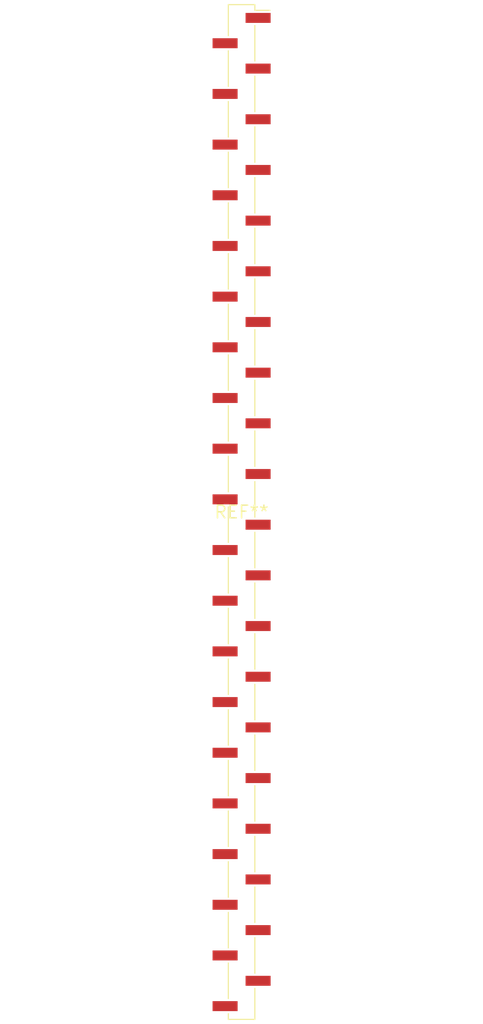
<source format=kicad_pcb>
(kicad_pcb (version 20240108) (generator pcbnew)
  (layers (0 "F.Cu" signal) (31 "B.Cu" signal) (34 "B.Paste" user) (35 "F.Paste" user) (36 "B.SilkS" user "B.Silkscreen") (37 "F.SilkS" user "F.Silkscreen") (38 "B.Mask" user) (39 "F.Mask" user) (44 "Edge.Cuts" user))
  (net 0 "")
  (footprint "PinHeader_1x40_P2.54mm_Vertical_SMD_Pin1Right" (layer "F.Cu") (at 0 0)
    (property "Reference" "REF**")
    (property "Value" "PinHeader_1x40_P2.54mm_Vertical_SMD_Pin1Right")
    (fp_line (start -1.33 -50.86) (end -1.33 -47.75) (layer "F.SilkS") (stroke (width 0.12)))
    (fp_line (start -1.33 -50.86) (end 1.33 -50.86) (layer "F.SilkS") (stroke (width 0.12)))
    (fp_line (start -1.33 -46.23) (end -1.33 -42.67) (layer "F.SilkS") (stroke (width 0.12)))
    (fp_line (start -1.33 -41.15) (end -1.33 -37.59) (layer "F.SilkS") (stroke (width 0.12)))
    (fp_line (start -1.33 -36.07) (end -1.33 -32.51) (layer "F.SilkS") (stroke (width 0.12)))
    (fp_line (start -1.33 -30.99) (end -1.33 -27.43) (layer "F.SilkS") (stroke (width 0.12)))
    (fp_line (start -1.33 -25.91) (end -1.33 -22.35) (layer "F.SilkS") (stroke (width 0.12)))
    (fp_line (start -1.33 -20.83) (end -1.33 -17.27) (layer "F.SilkS") (stroke (width 0.12)))
    (fp_line (start -1.33 -15.75) (end -1.33 -12.19) (layer "F.SilkS") (stroke (width 0.12)))
    (fp_line (start -1.33 -10.67) (end -1.33 -7.11) (layer "F.SilkS") (stroke (width 0.12)))
    (fp_line (start -1.33 -5.59) (end -1.33 -2.03) (layer "F.SilkS") (stroke (width 0.12)))
    (fp_line (start -1.33 -0.51) (end -1.33 3.05) (layer "F.SilkS") (stroke (width 0.12)))
    (fp_line (start -1.33 4.57) (end -1.33 8.13) (layer "F.SilkS") (stroke (width 0.12)))
    (fp_line (start -1.33 9.65) (end -1.33 13.21) (layer "F.SilkS") (stroke (width 0.12)))
    (fp_line (start -1.33 14.73) (end -1.33 18.29) (layer "F.SilkS") (stroke (width 0.12)))
    (fp_line (start -1.33 19.81) (end -1.33 23.37) (layer "F.SilkS") (stroke (width 0.12)))
    (fp_line (start -1.33 24.89) (end -1.33 28.45) (layer "F.SilkS") (stroke (width 0.12)))
    (fp_line (start -1.33 29.97) (end -1.33 33.53) (layer "F.SilkS") (stroke (width 0.12)))
    (fp_line (start -1.33 35.05) (end -1.33 38.61) (layer "F.SilkS") (stroke (width 0.12)))
    (fp_line (start -1.33 40.13) (end -1.33 43.69) (layer "F.SilkS") (stroke (width 0.12)))
    (fp_line (start -1.33 45.21) (end -1.33 48.77) (layer "F.SilkS") (stroke (width 0.12)))
    (fp_line (start -1.33 50.29) (end -1.33 50.86) (layer "F.SilkS") (stroke (width 0.12)))
    (fp_line (start -1.33 50.86) (end 1.33 50.86) (layer "F.SilkS") (stroke (width 0.12)))
    (fp_line (start 1.33 -50.86) (end 1.33 -50.29) (layer "F.SilkS") (stroke (width 0.12)))
    (fp_line (start 1.33 -50.29) (end 2.85 -50.29) (layer "F.SilkS") (stroke (width 0.12)))
    (fp_line (start 1.33 -48.77) (end 1.33 -45.21) (layer "F.SilkS") (stroke (width 0.12)))
    (fp_line (start 1.33 -43.69) (end 1.33 -40.13) (layer "F.SilkS") (stroke (width 0.12)))
    (fp_line (start 1.33 -38.61) (end 1.33 -35.05) (layer "F.SilkS") (stroke (width 0.12)))
    (fp_line (start 1.33 -33.53) (end 1.33 -29.97) (layer "F.SilkS") (stroke (width 0.12)))
    (fp_line (start 1.33 -28.45) (end 1.33 -24.89) (layer "F.SilkS") (stroke (width 0.12)))
    (fp_line (start 1.33 -23.37) (end 1.33 -19.81) (layer "F.SilkS") (stroke (width 0.12)))
    (fp_line (start 1.33 -18.29) (end 1.33 -14.73) (layer "F.SilkS") (stroke (width 0.12)))
    (fp_line (start 1.33 -13.21) (end 1.33 -9.65) (layer "F.SilkS") (stroke (width 0.12)))
    (fp_line (start 1.33 -8.13) (end 1.33 -4.57) (layer "F.SilkS") (stroke (width 0.12)))
    (fp_line (start 1.33 -3.05) (end 1.33 0.51) (layer "F.SilkS") (stroke (width 0.12)))
    (fp_line (start 1.33 2.03) (end 1.33 5.59) (layer "F.SilkS") (stroke (width 0.12)))
    (fp_line (start 1.33 7.11) (end 1.33 10.67) (layer "F.SilkS") (stroke (width 0.12)))
    (fp_line (start 1.33 12.19) (end 1.33 15.75) (layer "F.SilkS") (stroke (width 0.12)))
    (fp_line (start 1.33 17.27) (end 1.33 20.83) (layer "F.SilkS") (stroke (width 0.12)))
    (fp_line (start 1.33 22.35) (end 1.33 25.91) (layer "F.SilkS") (stroke (width 0.12)))
    (fp_line (start 1.33 27.43) (end 1.33 30.99) (layer "F.SilkS") (stroke (width 0.12)))
    (fp_line (start 1.33 32.51) (end 1.33 36.07) (layer "F.SilkS") (stroke (width 0.12)))
    (fp_line (start 1.33 37.59) (end 1.33 41.15) (layer "F.SilkS") (stroke (width 0.12)))
    (fp_line (start 1.33 42.67) (end 1.33 46.23) (layer "F.SilkS") (stroke (width 0.12)))
    (fp_line (start 1.33 47.75) (end 1.33 50.86) (layer "F.SilkS") (stroke (width 0.12)))
    (pad "1" smd rect (at 1.655 -49.53) (size 2.51 1) (layers "F.Cu" "F.Paste" "F.Mask"))
    (pad "2" smd rect (at -1.655 -46.99) (size 2.51 1) (layers "F.Cu" "F.Paste" "F.Mask"))
    (pad "3" smd rect (at 1.655 -44.45) (size 2.51 1) (layers "F.Cu" "F.Paste" "F.Mask"))
    (pad "4" smd rect (at -1.655 -41.91) (size 2.51 1) (layers "F.Cu" "F.Paste" "F.Mask"))
    (pad "5" smd rect (at 1.655 -39.37) (size 2.51 1) (layers "F.Cu" "F.Paste" "F.Mask"))
    (pad "6" smd rect (at -1.655 -36.83) (size 2.51 1) (layers "F.Cu" "F.Paste" "F.Mask"))
    (pad "7" smd rect (at 1.655 -34.29) (size 2.51 1) (layers "F.Cu" "F.Paste" "F.Mask"))
    (pad "8" smd rect (at -1.655 -31.75) (size 2.51 1) (layers "F.Cu" "F.Paste" "F.Mask"))
    (pad "9" smd rect (at 1.655 -29.21) (size 2.51 1) (layers "F.Cu" "F.Paste" "F.Mask"))
    (pad "10" smd rect (at -1.655 -26.67) (size 2.51 1) (layers "F.Cu" "F.Paste" "F.Mask"))
    (pad "11" smd rect (at 1.655 -24.13) (size 2.51 1) (layers "F.Cu" "F.Paste" "F.Mask"))
    (pad "12" smd rect (at -1.655 -21.59) (size 2.51 1) (layers "F.Cu" "F.Paste" "F.Mask"))
    (pad "13" smd rect (at 1.655 -19.05) (size 2.51 1) (layers "F.Cu" "F.Paste" "F.Mask"))
    (pad "14" smd rect (at -1.655 -16.51) (size 2.51 1) (layers "F.Cu" "F.Paste" "F.Mask"))
    (pad "15" smd rect (at 1.655 -13.97) (size 2.51 1) (layers "F.Cu" "F.Paste" "F.Mask"))
    (pad "16" smd rect (at -1.655 -11.43) (size 2.51 1) (layers "F.Cu" "F.Paste" "F.Mask"))
    (pad "17" smd rect (at 1.655 -8.89) (size 2.51 1) (layers "F.Cu" "F.Paste" "F.Mask"))
    (pad "18" smd rect (at -1.655 -6.35) (size 2.51 1) (layers "F.Cu" "F.Paste" "F.Mask"))
    (pad "19" smd rect (at 1.655 -3.81) (size 2.51 1) (layers "F.Cu" "F.Paste" "F.Mask"))
    (pad "20" smd rect (at -1.655 -1.27) (size 2.51 1) (layers "F.Cu" "F.Paste" "F.Mask"))
    (pad "21" smd rect (at 1.655 1.27) (size 2.51 1) (layers "F.Cu" "F.Paste" "F.Mask"))
    (pad "22" smd rect (at -1.655 3.81) (size 2.51 1) (layers "F.Cu" "F.Paste" "F.Mask"))
    (pad "23" smd rect (at 1.655 6.35) (size 2.51 1) (layers "F.Cu" "F.Paste" "F.Mask"))
    (pad "24" smd rect (at -1.655 8.89) (size 2.51 1) (layers "F.Cu" "F.Paste" "F.Mask"))
    (pad "25" smd rect (at 1.655 11.43) (size 2.51 1) (layers "F.Cu" "F.Paste" "F.Mask"))
    (pad "26" smd rect (at -1.655 13.97) (size 2.51 1) (layers "F.Cu" "F.Paste" "F.Mask"))
    (pad "27" smd rect (at 1.655 16.51) (size 2.51 1) (layers "F.Cu" "F.Paste" "F.Mask"))
    (pad "28" smd rect (at -1.655 19.05) (size 2.51 1) (layers "F.Cu" "F.Paste" "F.Mask"))
    (pad "29" smd rect (at 1.655 21.59) (size 2.51 1) (layers "F.Cu" "F.Paste" "F.Mask"))
    (pad "30" smd rect (at -1.655 24.13) (size 2.51 1) (layers "F.Cu" "F.Paste" "F.Mask"))
    (pad "31" smd rect (at 1.655 26.67) (size 2.51 1) (layers "F.Cu" "F.Paste" "F.Mask"))
    (pad "32" smd rect (at -1.655 29.21) (size 2.51 1) (layers "F.Cu" "F.Paste" "F.Mask"))
    (pad "33" smd rect (at 1.655 31.75) (size 2.51 1) (layers "F.Cu" "F.Paste" "F.Mask"))
    (pad "34" smd rect (at -1.655 34.29) (size 2.51 1) (layers "F.Cu" "F.Paste" "F.Mask"))
    (pad "35" smd rect (at 1.655 36.83) (size 2.51 1) (layers "F.Cu" "F.Paste" "F.Mask"))
    (pad "36" smd rect (at -1.655 39.37) (size 2.51 1) (layers "F.Cu" "F.Paste" "F.Mask"))
    (pad "37" smd rect (at 1.655 41.91) (size 2.51 1) (layers "F.Cu" "F.Paste" "F.Mask"))
    (pad "38" smd rect (at -1.655 44.45) (size 2.51 1) (layers "F.Cu" "F.Paste" "F.Mask"))
    (pad "39" smd rect (at 1.655 46.99) (size 2.51 1) (layers "F.Cu" "F.Paste" "F.Mask"))
    (pad "40" smd rect (at -1.655 49.53) (size 2.51 1) (layers "F.Cu" "F.Paste" "F.Mask"))
  )
)
</source>
